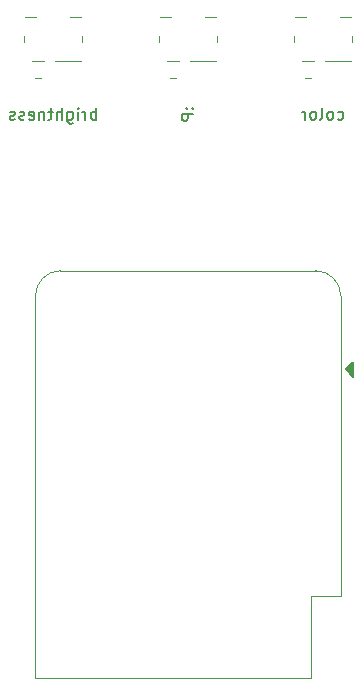
<source format=gbr>
%TF.GenerationSoftware,KiCad,Pcbnew,(5.1.7)-1*%
%TF.CreationDate,2020-11-03T00:11:48-08:00*%
%TF.ProjectId,testpcb,74657374-7063-4622-9e6b-696361645f70,rev?*%
%TF.SameCoordinates,Original*%
%TF.FileFunction,Legend,Bot*%
%TF.FilePolarity,Positive*%
%FSLAX46Y46*%
G04 Gerber Fmt 4.6, Leading zero omitted, Abs format (unit mm)*
G04 Created by KiCad (PCBNEW (5.1.7)-1) date 2020-11-03 00:11:48*
%MOMM*%
%LPD*%
G01*
G04 APERTURE LIST*
%ADD10C,0.120000*%
%ADD11C,0.150000*%
%ADD12R,1.450000X1.000000*%
%ADD13O,2.000000X1.600000*%
%ADD14R,2.000000X2.000000*%
G04 APERTURE END LIST*
D10*
%TO.C,brightness*%
X45910000Y-87050000D02*
X46835000Y-87050000D01*
X45910000Y-90750000D02*
X50610000Y-90750000D01*
X50710000Y-89175000D02*
X50710000Y-88625000D01*
X45810000Y-89175000D02*
X45810000Y-88625000D01*
X49685000Y-87050000D02*
X50610000Y-87050000D01*
%TO.C,:P*%
X57340000Y-87050000D02*
X58265000Y-87050000D01*
X57340000Y-90750000D02*
X62040000Y-90750000D01*
X62140000Y-89175000D02*
X62140000Y-88625000D01*
X57240000Y-89175000D02*
X57240000Y-88625000D01*
X61115000Y-87050000D02*
X62040000Y-87050000D01*
%TO.C,color*%
X68770000Y-87050000D02*
X69695000Y-87050000D01*
X68770000Y-90750000D02*
X73470000Y-90750000D01*
X73570000Y-89175000D02*
X73570000Y-88625000D01*
X68670000Y-89175000D02*
X68670000Y-88625000D01*
X72545000Y-87050000D02*
X73470000Y-87050000D01*
%TO.C,r_main*%
X58192936Y-92175000D02*
X58647064Y-92175000D01*
X58192936Y-90705000D02*
X58647064Y-90705000D01*
%TO.C,r_brightness*%
X46762936Y-92175000D02*
X47217064Y-92175000D01*
X46762936Y-90705000D02*
X47217064Y-90705000D01*
%TO.C,r_color*%
X69622936Y-92175000D02*
X70077064Y-92175000D01*
X69622936Y-90705000D02*
X70077064Y-90705000D01*
%TO.C,U1*%
X48890000Y-108500000D02*
G75*
G03*
X46760000Y-110630000I0J-2130000D01*
G01*
X72620000Y-110630000D02*
G75*
G03*
X70490000Y-108500000I-2130000J0D01*
G01*
X70080000Y-142960000D02*
X46760000Y-142960000D01*
X72620000Y-136060000D02*
X72620000Y-110630000D01*
X46760000Y-142960000D02*
X46760000Y-110630000D01*
X48880000Y-108500000D02*
X70490000Y-108500000D01*
D11*
G36*
X73660000Y-116205000D02*
G01*
X73660000Y-117475000D01*
X73025000Y-116840000D01*
X73660000Y-116205000D01*
G37*
X73660000Y-116205000D02*
X73660000Y-117475000D01*
X73025000Y-116840000D01*
X73660000Y-116205000D01*
D10*
X72620000Y-136060000D02*
X70080000Y-136060000D01*
X70080000Y-136060000D02*
X70080000Y-142960000D01*
%TO.C,brightness*%
D11*
X51902857Y-95702380D02*
X51902857Y-94702380D01*
X51902857Y-95083333D02*
X51807619Y-95035714D01*
X51617142Y-95035714D01*
X51521904Y-95083333D01*
X51474285Y-95130952D01*
X51426666Y-95226190D01*
X51426666Y-95511904D01*
X51474285Y-95607142D01*
X51521904Y-95654761D01*
X51617142Y-95702380D01*
X51807619Y-95702380D01*
X51902857Y-95654761D01*
X50998095Y-95702380D02*
X50998095Y-95035714D01*
X50998095Y-95226190D02*
X50950476Y-95130952D01*
X50902857Y-95083333D01*
X50807619Y-95035714D01*
X50712380Y-95035714D01*
X50379047Y-95702380D02*
X50379047Y-95035714D01*
X50379047Y-94702380D02*
X50426666Y-94750000D01*
X50379047Y-94797619D01*
X50331428Y-94750000D01*
X50379047Y-94702380D01*
X50379047Y-94797619D01*
X49474285Y-95035714D02*
X49474285Y-95845238D01*
X49521904Y-95940476D01*
X49569523Y-95988095D01*
X49664761Y-96035714D01*
X49807619Y-96035714D01*
X49902857Y-95988095D01*
X49474285Y-95654761D02*
X49569523Y-95702380D01*
X49760000Y-95702380D01*
X49855238Y-95654761D01*
X49902857Y-95607142D01*
X49950476Y-95511904D01*
X49950476Y-95226190D01*
X49902857Y-95130952D01*
X49855238Y-95083333D01*
X49760000Y-95035714D01*
X49569523Y-95035714D01*
X49474285Y-95083333D01*
X48998095Y-95702380D02*
X48998095Y-94702380D01*
X48569523Y-95702380D02*
X48569523Y-95178571D01*
X48617142Y-95083333D01*
X48712380Y-95035714D01*
X48855238Y-95035714D01*
X48950476Y-95083333D01*
X48998095Y-95130952D01*
X48236190Y-95035714D02*
X47855238Y-95035714D01*
X48093333Y-94702380D02*
X48093333Y-95559523D01*
X48045714Y-95654761D01*
X47950476Y-95702380D01*
X47855238Y-95702380D01*
X47521904Y-95035714D02*
X47521904Y-95702380D01*
X47521904Y-95130952D02*
X47474285Y-95083333D01*
X47379047Y-95035714D01*
X47236190Y-95035714D01*
X47140952Y-95083333D01*
X47093333Y-95178571D01*
X47093333Y-95702380D01*
X46236190Y-95654761D02*
X46331428Y-95702380D01*
X46521904Y-95702380D01*
X46617142Y-95654761D01*
X46664761Y-95559523D01*
X46664761Y-95178571D01*
X46617142Y-95083333D01*
X46521904Y-95035714D01*
X46331428Y-95035714D01*
X46236190Y-95083333D01*
X46188571Y-95178571D01*
X46188571Y-95273809D01*
X46664761Y-95369047D01*
X45807619Y-95654761D02*
X45712380Y-95702380D01*
X45521904Y-95702380D01*
X45426666Y-95654761D01*
X45379047Y-95559523D01*
X45379047Y-95511904D01*
X45426666Y-95416666D01*
X45521904Y-95369047D01*
X45664761Y-95369047D01*
X45760000Y-95321428D01*
X45807619Y-95226190D01*
X45807619Y-95178571D01*
X45760000Y-95083333D01*
X45664761Y-95035714D01*
X45521904Y-95035714D01*
X45426666Y-95083333D01*
X44998095Y-95654761D02*
X44902857Y-95702380D01*
X44712380Y-95702380D01*
X44617142Y-95654761D01*
X44569523Y-95559523D01*
X44569523Y-95511904D01*
X44617142Y-95416666D01*
X44712380Y-95369047D01*
X44855238Y-95369047D01*
X44950476Y-95321428D01*
X44998095Y-95226190D01*
X44998095Y-95178571D01*
X44950476Y-95083333D01*
X44855238Y-95035714D01*
X44712380Y-95035714D01*
X44617142Y-95083333D01*
%TO.C,:P*%
X60047142Y-94750000D02*
X60094761Y-94797619D01*
X60142380Y-94750000D01*
X60094761Y-94702380D01*
X60047142Y-94750000D01*
X60142380Y-94750000D01*
X59523333Y-94750000D02*
X59570952Y-94797619D01*
X59618571Y-94750000D01*
X59570952Y-94702380D01*
X59523333Y-94750000D01*
X59618571Y-94750000D01*
X60142380Y-95226190D02*
X59142380Y-95226190D01*
X59142380Y-95607142D01*
X59190000Y-95702380D01*
X59237619Y-95750000D01*
X59332857Y-95797619D01*
X59475714Y-95797619D01*
X59570952Y-95750000D01*
X59618571Y-95702380D01*
X59666190Y-95607142D01*
X59666190Y-95226190D01*
%TO.C,color*%
X72358095Y-95654761D02*
X72453333Y-95702380D01*
X72643809Y-95702380D01*
X72739047Y-95654761D01*
X72786666Y-95607142D01*
X72834285Y-95511904D01*
X72834285Y-95226190D01*
X72786666Y-95130952D01*
X72739047Y-95083333D01*
X72643809Y-95035714D01*
X72453333Y-95035714D01*
X72358095Y-95083333D01*
X71786666Y-95702380D02*
X71881904Y-95654761D01*
X71929523Y-95607142D01*
X71977142Y-95511904D01*
X71977142Y-95226190D01*
X71929523Y-95130952D01*
X71881904Y-95083333D01*
X71786666Y-95035714D01*
X71643809Y-95035714D01*
X71548571Y-95083333D01*
X71500952Y-95130952D01*
X71453333Y-95226190D01*
X71453333Y-95511904D01*
X71500952Y-95607142D01*
X71548571Y-95654761D01*
X71643809Y-95702380D01*
X71786666Y-95702380D01*
X70881904Y-95702380D02*
X70977142Y-95654761D01*
X71024761Y-95559523D01*
X71024761Y-94702380D01*
X70358095Y-95702380D02*
X70453333Y-95654761D01*
X70500952Y-95607142D01*
X70548571Y-95511904D01*
X70548571Y-95226190D01*
X70500952Y-95130952D01*
X70453333Y-95083333D01*
X70358095Y-95035714D01*
X70215238Y-95035714D01*
X70120000Y-95083333D01*
X70072380Y-95130952D01*
X70024761Y-95226190D01*
X70024761Y-95511904D01*
X70072380Y-95607142D01*
X70120000Y-95654761D01*
X70215238Y-95702380D01*
X70358095Y-95702380D01*
X69596190Y-95702380D02*
X69596190Y-95035714D01*
X69596190Y-95226190D02*
X69548571Y-95130952D01*
X69500952Y-95083333D01*
X69405714Y-95035714D01*
X69310476Y-95035714D01*
%TD*%
%LPC*%
D12*
%TO.C,brightness*%
X45685000Y-88050000D03*
X50835000Y-88050000D03*
X50835000Y-89750000D03*
X45685000Y-89750000D03*
%TD*%
%TO.C,:P*%
X57115000Y-88050000D03*
X62265000Y-88050000D03*
X62265000Y-89750000D03*
X57115000Y-89750000D03*
%TD*%
%TO.C,color*%
X68545000Y-88050000D03*
X73695000Y-88050000D03*
X73695000Y-89750000D03*
X68545000Y-89750000D03*
%TD*%
%TO.C,r_main*%
G36*
G01*
X58820000Y-91890001D02*
X58820000Y-90989999D01*
G75*
G02*
X59069999Y-90740000I249999J0D01*
G01*
X59770001Y-90740000D01*
G75*
G02*
X60020000Y-90989999I0J-249999D01*
G01*
X60020000Y-91890001D01*
G75*
G02*
X59770001Y-92140000I-249999J0D01*
G01*
X59069999Y-92140000D01*
G75*
G02*
X58820000Y-91890001I0J249999D01*
G01*
G37*
G36*
G01*
X56820000Y-91890001D02*
X56820000Y-90989999D01*
G75*
G02*
X57069999Y-90740000I249999J0D01*
G01*
X57770001Y-90740000D01*
G75*
G02*
X58020000Y-90989999I0J-249999D01*
G01*
X58020000Y-91890001D01*
G75*
G02*
X57770001Y-92140000I-249999J0D01*
G01*
X57069999Y-92140000D01*
G75*
G02*
X56820000Y-91890001I0J249999D01*
G01*
G37*
%TD*%
%TO.C,r_brightness*%
G36*
G01*
X47390000Y-91890001D02*
X47390000Y-90989999D01*
G75*
G02*
X47639999Y-90740000I249999J0D01*
G01*
X48340001Y-90740000D01*
G75*
G02*
X48590000Y-90989999I0J-249999D01*
G01*
X48590000Y-91890001D01*
G75*
G02*
X48340001Y-92140000I-249999J0D01*
G01*
X47639999Y-92140000D01*
G75*
G02*
X47390000Y-91890001I0J249999D01*
G01*
G37*
G36*
G01*
X45390000Y-91890001D02*
X45390000Y-90989999D01*
G75*
G02*
X45639999Y-90740000I249999J0D01*
G01*
X46340001Y-90740000D01*
G75*
G02*
X46590000Y-90989999I0J-249999D01*
G01*
X46590000Y-91890001D01*
G75*
G02*
X46340001Y-92140000I-249999J0D01*
G01*
X45639999Y-92140000D01*
G75*
G02*
X45390000Y-91890001I0J249999D01*
G01*
G37*
%TD*%
%TO.C,r_color*%
G36*
G01*
X70250000Y-91890001D02*
X70250000Y-90989999D01*
G75*
G02*
X70499999Y-90740000I249999J0D01*
G01*
X71200001Y-90740000D01*
G75*
G02*
X71450000Y-90989999I0J-249999D01*
G01*
X71450000Y-91890001D01*
G75*
G02*
X71200001Y-92140000I-249999J0D01*
G01*
X70499999Y-92140000D01*
G75*
G02*
X70250000Y-91890001I0J249999D01*
G01*
G37*
G36*
G01*
X68250000Y-91890001D02*
X68250000Y-90989999D01*
G75*
G02*
X68499999Y-90740000I249999J0D01*
G01*
X69200001Y-90740000D01*
G75*
G02*
X69450000Y-90989999I0J-249999D01*
G01*
X69450000Y-91890001D01*
G75*
G02*
X69200001Y-92140000I-249999J0D01*
G01*
X68499999Y-92140000D01*
G75*
G02*
X68250000Y-91890001I0J249999D01*
G01*
G37*
%TD*%
D13*
%TO.C,U1*%
X48260000Y-116840000D03*
X48260000Y-119380000D03*
X48260000Y-121920000D03*
X48260000Y-124460000D03*
X48260000Y-127000000D03*
X48260000Y-129540000D03*
X48260000Y-132080000D03*
X48260000Y-134620000D03*
X71120000Y-134620000D03*
X71120000Y-132080000D03*
X71120000Y-129540000D03*
X71120000Y-127000000D03*
X71120000Y-124460000D03*
X71120000Y-121920000D03*
D14*
X71120000Y-116840000D03*
D13*
X71120000Y-119380000D03*
%TD*%
M02*

</source>
